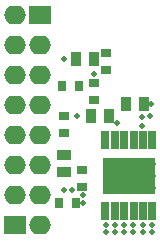
<source format=gts>
G04*
G04 #@! TF.GenerationSoftware,Altium Limited,Altium Designer,21.6.1 (37)*
G04*
G04 Layer_Color=8388736*
%FSLAX25Y25*%
%MOIN*%
G70*
G04*
G04 #@! TF.SameCoordinates,B910C7B4-C9C7-41F4-8FA7-49552EACB796*
G04*
G04*
G04 #@! TF.FilePolarity,Negative*
G04*
G01*
G75*
%ADD22R,0.17523X0.12405*%
%ADD23R,0.02562X0.06302*%
%ADD24R,0.03350X0.02562*%
%ADD25R,0.02956X0.03743*%
%ADD26R,0.03743X0.02956*%
%ADD27R,0.04531X0.03350*%
%ADD28R,0.03350X0.04531*%
%ADD29R,0.02562X0.03350*%
%ADD30O,0.07200X0.06200*%
%ADD31R,0.07200X0.06200*%
%ADD32C,0.01972*%
D22*
X44500Y23000D02*
D03*
D23*
X52374Y34839D02*
D03*
X36626Y11159D02*
D03*
X52374D02*
D03*
X36626Y34839D02*
D03*
X39776D02*
D03*
X42925D02*
D03*
X46075D02*
D03*
X49224D02*
D03*
X39776Y11159D02*
D03*
X42925D02*
D03*
X46075D02*
D03*
X49224D02*
D03*
D24*
X37000Y63756D02*
D03*
Y58244D02*
D03*
X29000Y19244D02*
D03*
Y24756D02*
D03*
X33000Y53756D02*
D03*
Y48244D02*
D03*
D25*
X22244Y53000D02*
D03*
X27756D02*
D03*
D26*
X23000Y37244D02*
D03*
Y42756D02*
D03*
D27*
Y29953D02*
D03*
Y24047D02*
D03*
D28*
X32047Y43000D02*
D03*
X37953D02*
D03*
X43568Y46817D02*
D03*
X49473D02*
D03*
X32953Y62000D02*
D03*
X27047D02*
D03*
D29*
X26756Y14000D02*
D03*
X21244D02*
D03*
D30*
X6425Y76660D02*
D03*
Y66659D02*
D03*
Y56660D02*
D03*
Y46659D02*
D03*
Y36659D02*
D03*
Y26659D02*
D03*
Y16659D02*
D03*
X14925Y66659D02*
D03*
Y56660D02*
D03*
Y46659D02*
D03*
Y36659D02*
D03*
Y26659D02*
D03*
Y16659D02*
D03*
Y6659D02*
D03*
D31*
X6425D02*
D03*
X14925Y76660D02*
D03*
D32*
X27226Y42930D02*
D03*
X40410Y40410D02*
D03*
X29145Y16646D02*
D03*
X29255Y13877D02*
D03*
X25546Y18351D02*
D03*
X22730D02*
D03*
X37000Y4100D02*
D03*
Y6600D02*
D03*
X23000Y61850D02*
D03*
X40000Y6600D02*
D03*
X42990D02*
D03*
X43000Y4100D02*
D03*
X46000Y6600D02*
D03*
X49300Y4100D02*
D03*
X40000D02*
D03*
X46000D02*
D03*
X49300Y6600D02*
D03*
X52300D02*
D03*
Y4100D02*
D03*
X52000Y47000D02*
D03*
X52500Y19000D02*
D03*
X40000D02*
D03*
X46500D02*
D03*
X50000D02*
D03*
X43500D02*
D03*
X37000D02*
D03*
X40000Y27000D02*
D03*
X52500D02*
D03*
X46500D02*
D03*
X50000D02*
D03*
X43500D02*
D03*
X37000D02*
D03*
X33000Y57000D02*
D03*
X51500Y43000D02*
D03*
X49000Y42500D02*
D03*
Y39500D02*
D03*
X37000Y23000D02*
D03*
X52500D02*
D03*
X50000D02*
D03*
X46500D02*
D03*
X43500D02*
D03*
X40000D02*
D03*
M02*

</source>
